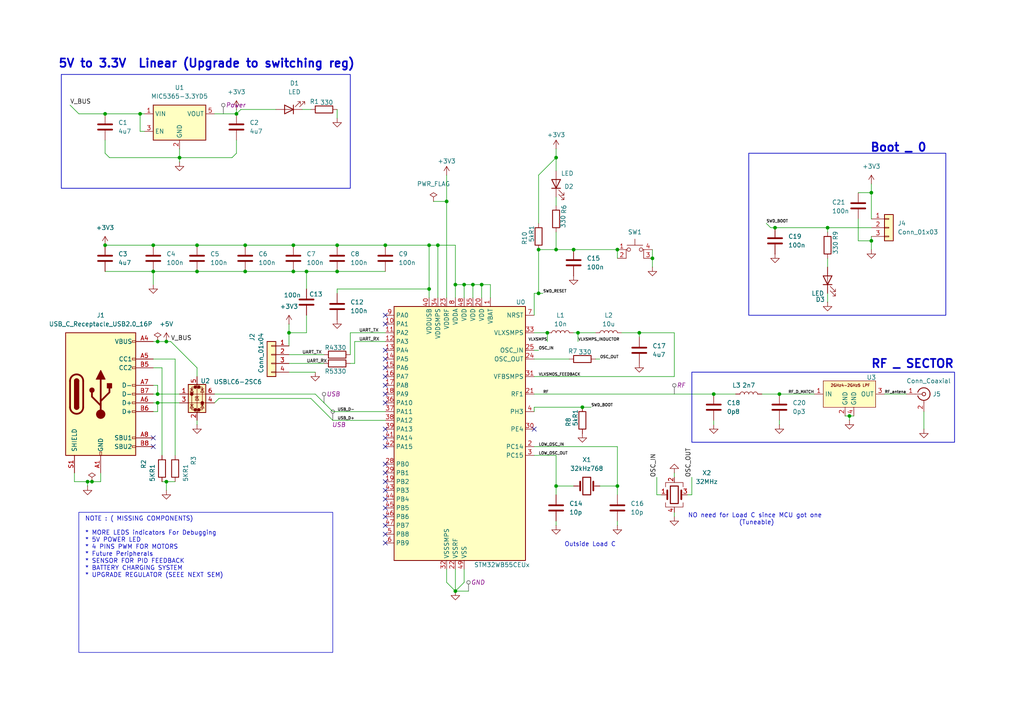
<source format=kicad_sch>
(kicad_sch (version 20231120) (generator "eeschema") (generator_version "8.0")
  (paper "A4")
  (title_block (date "2024-06-13") (rev "A"))
  (lib_symbols
    (symbol "+3V3_1" (power) (pin_numbers hide) (pin_names (offset 0) hide)
      (property "Value" "+3V3" (at 0 3.556 0))
      (symbol "+3V3_1_1_1"
        (pin power_in line (at 0 0 90) (length 0) (name "~") (number "1"))
      )
    )
    (symbol "Connector:Conn_Coaxial" (pin_names (offset 1.016) hide)
      (property "Reference" "J" (at 0.254 3.048 0))
      (property "Value" "Conn_Coaxial" (at 2.921 0 90))
      (symbol "Conn_Coaxial_1_1"
        (pin passive line (at -5.08 0 0) (length 2.54) (name "In") (number "1"))
        (pin passive line (at 0 -5.08 90) (length 2.54) (name "Ext") (number "2"))
      )
    )
    (symbol "Connector:USB_C_Receptacle_USB2.0_16P" (pin_names (offset 1.016))
      (property "Reference" "J" (at 0 22.225 0))
      (property "Value" "USB_C_Receptacle_USB2.0_16P" (at 0 19.685 0))
      (symbol "USB_C_Receptacle_USB2.0_16P_1_1"
        (pin passive line (at 0 -22.86 90) (length 5.08) (name "GND") (number "A1"))
        (pin passive line (at 0 -22.86 90) (length 5.08) hide (name "GND") (number "A12"))
        (pin passive line (at 15.24 15.24 180) (length 5.08) (name "VBUS") (number "A4"))
        (pin bidirectional line (at 15.24 10.16 180) (length 5.08) (name "CC1") (number "A5"))
        (pin bidirectional line (at 15.24 -2.54 180) (length 5.08) (name "D+") (number "A6"))
        (pin bidirectional line (at 15.24 2.54 180) (length 5.08) (name "D-") (number "A7"))
        (pin bidirectional line (at 15.24 -12.7 180) (length 5.08) (name "SBU1") (number "A8"))
        (pin passive line (at 15.24 15.24 180) (length 5.08) hide (name "VBUS") (number "A9"))
        (pin passive line (at 0 -22.86 90) (length 5.08) hide (name "GND") (number "B1"))
        (pin passive line (at 0 -22.86 90) (length 5.08) hide (name "GND") (number "B12"))
        (pin passive line (at 15.24 15.24 180) (length 5.08) hide (name "VBUS") (number "B4"))
        (pin bidirectional line (at 15.24 7.62 180) (length 5.08) (name "CC2") (number "B5"))
        (pin bidirectional line (at 15.24 -5.08 180) (length 5.08) (name "D+") (number "B6"))
        (pin bidirectional line (at 15.24 0 180) (length 5.08) (name "D-") (number "B7"))
        (pin bidirectional line (at 15.24 -15.24 180) (length 5.08) (name "SBU2") (number "B8"))
        (pin passive line (at 15.24 15.24 180) (length 5.08) hide (name "VBUS") (number "B9"))
        (pin passive line (at -7.62 -22.86 90) (length 5.08) (name "SHIELD") (number "S1"))
      )
    )
    (symbol "Connector_Generic:Conn_01x03" (pin_names (offset 1.016) hide)
      (property "Reference" "J" (at 0 5.08 0))
      (property "Value" "Conn_01x03" (at 0 -5.08 0))
      (symbol "Conn_01x03_1_1"
        (pin passive line (at -5.08 2.54 0) (length 3.81) (name "Pin_1") (number "1"))
        (pin passive line (at -5.08 0 0) (length 3.81) (name "Pin_2") (number "2"))
        (pin passive line (at -5.08 -2.54 0) (length 3.81) (name "Pin_3") (number "3"))
      )
    )
    (symbol "Connector_Generic:Conn_01x04" (pin_names (offset 1.016) hide)
      (property "Reference" "J" (at 0 5.08 0))
      (property "Value" "Conn_01x04" (at 0 -7.62 0))
      (symbol "Conn_01x04_1_1"
        (pin passive line (at -5.08 2.54 0) (length 3.81) (name "Pin_1") (number "1"))
        (pin passive line (at -5.08 0 0) (length 3.81) (name "Pin_2") (number "2"))
        (pin passive line (at -5.08 -2.54 0) (length 3.81) (name "Pin_3") (number "3"))
        (pin passive line (at -5.08 -5.08 0) (length 3.81) (name "Pin_4") (number "4"))
      )
    )
    (symbol "Device:C" (pin_numbers hide) (pin_names (offset 0.254))
      (property "Reference" "C" (at 0.635 2.54 0))
      (property "Value" "C" (at 0.635 -2.54 0))
      (symbol "C_1_1"
        (pin passive line (at 0 3.81 270) (length 2.794) (name "~") (number "1"))
        (pin passive line (at 0 -3.81 90) (length 2.794) (name "~") (number "2"))
      )
    )
    (symbol "Device:Crystal" (pin_numbers hide) (pin_names (offset 1.016) hide)
      (property "Reference" "Y" (at 0 3.81 0))
      (property "Value" "Crystal" (at 0 -3.81 0))
      (symbol "Crystal_1_1"
        (pin passive line (at -3.81 0 0) (length 1.27) (name "1") (number "1"))
        (pin passive line (at 3.81 0 180) (length 1.27) (name "2") (number "2"))
      )
    )
    (symbol "Device:Crystal_GND24" (pin_names (offset 1.016) hide)
      (property "Reference" "Y" (at 3.175 5.08 0))
      (property "Value" "Crystal_GND24" (at 3.175 3.175 0))
      (symbol "Crystal_GND24_1_1"
        (pin passive line (at -3.81 0 0) (length 1.27) (name "1") (number "1"))
        (pin passive line (at 0 5.08 270) (length 1.27) (name "2") (number "2"))
        (pin passive line (at 3.81 0 180) (length 1.27) (name "3") (number "3"))
        (pin passive line (at 0 -5.08 90) (length 1.27) (name "4") (number "4"))
      )
    )
    (symbol "Device:L" (pin_numbers hide) (pin_names (offset 1.016) hide)
      (property "Reference" "L" (at -1.27 0 90))
      (property "Value" "L" (at 1.905 0 90))
      (symbol "L_1_1"
        (pin passive line (at 0 3.81 270) (length 1.27) (name "1") (number "1"))
        (pin passive line (at 0 -3.81 90) (length 1.27) (name "2") (number "2"))
      )
    )
    (symbol "Device:LED" (pin_numbers hide) (pin_names (offset 1.016) hide)
      (property "Reference" "D" (at 0 2.54 0))
      (property "Value" "LED" (at 0 -2.54 0))
      (symbol "LED_1_1"
        (pin passive line (at -3.81 0 0) (length 2.54) (name "K") (number "1"))
        (pin passive line (at 3.81 0 180) (length 2.54) (name "A") (number "2"))
      )
    )
    (symbol "Device:R" (pin_numbers hide) (pin_names (offset 0))
      (property "Reference" "R" (at 2.032 0 90))
      (property "Value" "R" (at 0 0 90))
      (symbol "R_1_1"
        (pin passive line (at 0 3.81 270) (length 1.27) (name "~") (number "1"))
        (pin passive line (at 0 -3.81 90) (length 1.27) (name "~") (number "2"))
      )
    )
    (symbol "GND_4" (power) (pin_numbers hide) (pin_names (offset 0) hide)
      (property "Value" "GND" (at 0 -3.81 0))
      (symbol "GND_4_1_1"
        (pin power_in line (at 0 0 270) (length 0) (name "~") (number "1"))
      )
    )
    (symbol "KICAD_Library:DLF162500LT-5028A1"
      (property "Reference" "U" (at 6.604 3.556 0))
      (symbol "DLF162500LT-5028A1_0_0"
        (pin passive line (at -10.16 -1.27 0) (length 2.54) (name "IN") (number "1"))
        (pin passive line (at -1.27 -7.62 90) (length 2.54) (name "GND") (number "2"))
        (pin passive line (at 10.16 -1.27 180) (length 2.54) (name "OUT") (number "3"))
        (pin passive line (at 1.27 -7.62 90) (length 2.54) (name "GND") (number "4"))
      )
      (symbol "DLF162500LT-5028A1_1_1"
        (text "2GHz4-2GHz5 LPF" (at 0.254 1.27 0) (effects (font (size 0.8 0.8))))
      )
    )
    (symbol "MCU_ST_STM32WB:STM32WB55CEUx"
      (property "Reference" "U" (at -17.78 39.37 0))
      (property "Value" "STM32WB55CEUx" (at 12.7 39.37 0))
      (symbol "STM32WB55CEUx_1_1"
        (pin power_in line (at -7.62 40.64 270) (length 2.54) (name "VBAT") (number "1"))
        (pin bidirectional line (at 22.86 33.02 180) (length 2.54) (name "PA1") (number "10"))
        (pin bidirectional line (at 22.86 30.48 180) (length 2.54) (name "PA2") (number "11"))
        (pin bidirectional line (at 22.86 27.94 180) (length 2.54) (name "PA3") (number "12"))
        (pin bidirectional line (at 22.86 25.4 180) (length 2.54) (name "PA4") (number "13"))
        (pin bidirectional line (at 22.86 22.86 180) (length 2.54) (name "PA5") (number "14"))
        (pin bidirectional line (at 22.86 20.32 180) (length 2.54) (name "PA6") (number "15"))
        (pin bidirectional line (at 22.86 17.78 180) (length 2.54) (name "PA7") (number "16"))
        (pin bidirectional line (at 22.86 15.24 180) (length 2.54) (name "PA8") (number "17"))
        (pin bidirectional line (at 22.86 12.7 180) (length 2.54) (name "PA9") (number "18"))
        (pin bidirectional line (at 22.86 -12.7 180) (length 2.54) (name "PB2") (number "19"))
        (pin bidirectional line (at -20.32 -2.54 0) (length 2.54) (name "PC14") (number "2"))
        (pin power_in line (at -5.08 40.64 270) (length 2.54) (name "VDD") (number "20"))
        (pin bidirectional line (at -20.32 12.7 0) (length 2.54) (name "RF1") (number "21"))
        (pin power_in line (at 2.54 -38.1 90) (length 2.54) (name "VSSRF") (number "22"))
        (pin power_in line (at 5.08 40.64 270) (length 2.54) (name "VDDRF") (number "23"))
        (pin input line (at -20.32 22.86 0) (length 2.54) (name "OSC_OUT") (number "24"))
        (pin input line (at -20.32 25.4 0) (length 2.54) (name "OSC_IN") (number "25"))
        (pin no_connect line (at -17.78 -35.56 0) (length 2.54) hide (name "AT0") (number "26"))
        (pin no_connect line (at -17.78 -33.02 0) (length 2.54) hide (name "AT1") (number "27"))
        (pin bidirectional line (at 22.86 -7.62 180) (length 2.54) (name "PB0") (number "28"))
        (pin bidirectional line (at 22.86 -10.16 180) (length 2.54) (name "PB1") (number "29"))
        (pin bidirectional line (at -20.32 -5.08 0) (length 2.54) (name "PC15") (number "3"))
        (pin bidirectional line (at -20.32 2.54 0) (length 2.54) (name "PE4") (number "30"))
        (pin input line (at -20.32 17.78 0) (length 2.54) (name "VFBSMPS") (number "31"))
        (pin power_in line (at 5.08 -38.1 90) (length 2.54) (name "VSSSMPS") (number "32"))
        (pin power_in line (at -20.32 30.48 0) (length 2.54) (name "VLXSMPS") (number "33"))
        (pin power_in line (at 7.62 40.64 270) (length 2.54) (name "VDDSMPS") (number "34"))
        (pin power_in line (at -2.54 40.64 270) (length 2.54) (name "VDD") (number "35"))
        (pin bidirectional line (at 22.86 10.16 180) (length 2.54) (name "PA10") (number "36"))
        (pin bidirectional line (at 22.86 7.62 180) (length 2.54) (name "PA11") (number "37"))
        (pin bidirectional line (at 22.86 5.08 180) (length 2.54) (name "PA12") (number "38"))
        (pin bidirectional line (at 22.86 2.54 180) (length 2.54) (name "PA13") (number "39"))
        (pin bidirectional line (at -20.32 7.62 0) (length 2.54) (name "PH3") (number "4"))
        (pin power_in line (at 10.16 40.64 270) (length 2.54) (name "VDDUSB") (number "40"))
        (pin bidirectional line (at 22.86 0 180) (length 2.54) (name "PA14") (number "41"))
        (pin bidirectional line (at 22.86 -2.54 180) (length 2.54) (name "PA15") (number "42"))
        (pin bidirectional line (at 22.86 -15.24 180) (length 2.54) (name "PB3") (number "43"))
        (pin bidirectional line (at 22.86 -17.78 180) (length 2.54) (name "PB4") (number "44"))
        (pin bidirectional line (at 22.86 -20.32 180) (length 2.54) (name "PB5") (number "45"))
        (pin bidirectional line (at 22.86 -22.86 180) (length 2.54) (name "PB6") (number "46"))
        (pin bidirectional line (at 22.86 -25.4 180) (length 2.54) (name "PB7") (number "47"))
        (pin power_in line (at 0 40.64 270) (length 2.54) (name "VDD") (number "48"))
        (pin power_in line (at 0 -38.1 90) (length 2.54) (name "VSS") (number "49"))
        (pin bidirectional line (at 22.86 -27.94 180) (length 2.54) (name "PB8") (number "5"))
        (pin bidirectional line (at 22.86 -30.48 180) (length 2.54) (name "PB9") (number "6"))
        (pin input line (at -20.32 35.56 0) (length 2.54) (name "NRST") (number "7"))
        (pin power_in line (at 2.54 40.64 270) (length 2.54) (name "VDDA") (number "8"))
        (pin bidirectional line (at 22.86 35.56 180) (length 2.54) (name "PA0") (number "9"))
      )
    )
    (symbol "Power_Protection:USBLC6-2SC6" (pin_names hide)
      (property "Reference" "U" (at 0.635 5.715 0))
      (property "Value" "USBLC6-2SC6" (at 0.635 3.81 0))
      (symbol "USBLC6-2SC6_1_1"
        (pin passive line (at -5.08 0 0) (length 2.54) (name "I/O1") (number "1"))
        (pin passive line (at 0 -7.62 90) (length 2.54) (name "GND") (number "2"))
        (pin passive line (at -5.08 -2.54 0) (length 2.54) (name "I/O2") (number "3"))
        (pin passive line (at 5.08 -2.54 180) (length 2.54) (name "I/O2") (number "4"))
        (pin passive line (at 0 5.08 270) (length 2.54) (name "VBUS") (number "5"))
        (pin passive line (at 5.08 0 180) (length 2.54) (name "I/O1") (number "6"))
      )
    )
    (symbol "Regulator_Linear:MIC5365-3.3YD5"
      (property "Reference" "U" (at -7.62 6.35 0))
      (property "Value" "MIC5365-3.3YD5" (at 0 6.35 0))
      (symbol "MIC5365-3.3YD5_1_1"
        (pin power_in line (at -10.16 2.54 0) (length 2.54) (name "VIN") (number "1"))
        (pin power_in line (at 0 -7.62 90) (length 2.54) (name "GND") (number "2"))
        (pin input line (at -10.16 -2.54 0) (length 2.54) (name "EN") (number "3"))
        (pin no_connect line (at 7.62 -2.54 180) (length 2.54) hide (name "NC") (number "4"))
        (pin power_out line (at 10.16 2.54 180) (length 2.54) (name "VOUT") (number "5"))
      )
    )
    (symbol "Switch:SW_MEC_5E" (pin_names (offset 1.016) hide)
      (property "Reference" "SW" (at 0.635 5.715 0))
      (property "Value" "SW_MEC_5E" (at 0 -3.175 0))
      (symbol "SW_MEC_5E_0_1"
        (pin passive line (at -5.08 2.54 0) (length 2.54) (name "1") (number "1"))
        (pin passive line (at -5.08 0 0) (length 2.54) (name "2") (number "2"))
        (pin passive line (at 5.08 0 180) (length 2.54) (name "K") (number "3"))
        (pin passive line (at 5.08 2.54 180) (length 2.54) (name "A") (number "4"))
      )
    )
    (symbol "power:+3.3V" (power) (pin_numbers hide) (pin_names (offset 0) hide)
      (property "Value" "+3.3V" (at 0 3.556 0))
      (symbol "+3.3V_1_1"
        (pin power_in line (at 0 0 90) (length 0) (name "~") (number "1"))
      )
    )
    (symbol "power:+5V" (power) (pin_numbers hide) (pin_names (offset 0) hide)
      (property "Value" "+5V" (at 0 3.556 0))
      (symbol "+5V_1_1"
        (pin power_in line (at 0 0 90) (length 0) (name "~") (number "1"))
      )
    )
    (symbol "power:PWR_FLAG" (power) (pin_numbers hide) (pin_names (offset 0) hide)
      (property "Value" "PWR_FLAG" (at 0 3.81 0))
      (symbol "PWR_FLAG_0_0"
        (pin power_out line (at 0 0 90) (length 0) (name "~") (number "1"))
      )
    )
  )
  (junction (at 132.08 82.55))
  (junction (at 179.07 72.39))
  (junction (at 124.46 83.82))
  (junction (at 252.73 69.85))
  (junction (at 207.01 114.3))
  (junction (at 158.75 96.52))
  (junction (at 44.45 78.74))
  (junction (at 139.7 82.55))
  (junction (at 132.08 171.45))
  (junction (at 48.26 139.7))
  (junction (at 129.54 58.42))
  (junction (at 240.03 66.04))
  (junction (at 48.26 99.06))
  (junction (at 25.4 139.7))
  (junction (at 156.21 85.09))
  (junction (at 30.48 71.12))
  (junction (at 26.67 139.7))
  (junction (at 111.76 71.12))
  (junction (at 57.15 71.12))
  (junction (at 156.21 72.39))
  (junction (at 127 71.12))
  (junction (at 226.06 114.3))
  (junction (at 161.29 45.72))
  (junction (at 52.07 45.72))
  (junction (at 179.07 140.97))
  (junction (at 71.12 78.74))
  (junction (at 85.09 78.74))
  (junction (at 134.62 82.55))
  (junction (at 88.9 78.74))
  (junction (at 161.29 72.39))
  (junction (at 30.48 33.02))
  (junction (at 45.72 114.3))
  (junction (at 246.38 120.65))
  (junction (at 68.58 33.02))
  (junction (at 97.79 71.12))
  (junction (at 97.79 78.74))
  (junction (at 185.42 96.52))
  (junction (at 57.15 78.74))
  (junction (at 224.79 66.04))
  (junction (at 85.09 71.12))
  (junction (at 189.23 74.93))
  (junction (at 71.12 71.12))
  (junction (at 161.29 140.97))
  (junction (at 124.46 71.12))
  (junction (at 45.72 116.84))
  (junction (at 167.64 96.52))
  (junction (at 168.91 118.11))
  (junction (at 166.37 72.39))
  (junction (at 137.16 82.55))
  (junction (at 44.45 71.12))
  (junction (at 252.73 55.88))
  (junction (at 40.64 33.02))
  (junction (at 83.82 96.52))
  (junction (at 45.72 99.06))
  (no_connect (at 111.76 149.86))
  (no_connect (at 111.76 134.62))
  (no_connect (at 111.76 127))
  (no_connect (at 111.76 144.78))
  (no_connect (at 111.76 137.16))
  (no_connect (at 111.76 152.4))
  (no_connect (at 111.76 147.32))
  (no_connect (at 111.76 142.24))
  (no_connect (at 111.76 154.94))
  (no_connect (at 111.76 139.7))
  (no_connect (at 111.76 106.68))
  (no_connect (at 111.76 91.44))
  (no_connect (at 111.76 104.14))
  (no_connect (at 111.76 124.46))
  (no_connect (at 111.76 109.22))
  (no_connect (at 111.76 111.76))
  (no_connect (at 111.76 116.84))
  (no_connect (at 111.76 114.3))
  (no_connect (at 111.76 129.54))
  (no_connect (at 111.76 101.6))
  (no_connect (at 44.45 127))
  (no_connect (at 44.45 129.54))
  (no_connect (at 154.94 124.46))
  (no_connect (at 111.76 93.98))
  (no_connect (at 111.76 157.48))
  (wire (pts (xy 223.52 66.04) (xy 222.25 64.77)))
  (wire (pts (xy 179.07 72.39) (xy 179.07 74.93)))
  (wire (pts (xy 154.94 96.52) (xy 158.75 96.52)))
  (wire (pts (xy 132.08 165.1) (xy 132.08 171.45)))
  (wire (pts (xy 156.21 72.39) (xy 156.21 85.09)))
  (wire (pts (xy 185.42 96.52) (xy 185.42 97.79)))
  (wire (pts (xy 88.9 78.74) (xy 88.9 83.82)))
  (wire (pts (xy 97.79 31.75) (xy 97.79 34.29)))
  (wire (pts (xy 180.34 96.52) (xy 185.42 96.52)))
  (wire (pts (xy 85.09 78.74) (xy 88.9 78.74)))
  (wire (pts (xy 45.72 116.84) (xy 52.07 116.84)))
  (wire (pts (xy 96.52 121.92) (xy 111.76 121.92)))
  (wire (pts (xy 132.08 71.12) (xy 132.08 82.55)))
  (wire (pts (xy 129.54 58.42) (xy 129.54 86.36)))
  (wire (pts (xy 80.01 31.75) (xy 69.85 31.75)))
  (wire (pts (xy 132.08 82.55) (xy 132.08 86.36)))
  (wire (pts (xy 96.52 119.38) (xy 111.76 119.38)))
  (wire (pts (xy 224.79 66.04) (xy 223.52 66.04)))
  (wire (pts (xy 154.94 114.3) (xy 207.01 114.3)))
  (wire (pts (xy 83.82 96.52) (xy 88.9 96.52)))
  (wire (pts (xy 220.98 114.3) (xy 226.06 114.3)))
  (wire (pts (xy 45.72 116.84) (xy 45.72 119.38)))
  (wire (pts (xy 189.23 72.39) (xy 189.23 74.93)))
  (wire (pts (xy 83.82 105.41) (xy 93.98 105.41)))
  (wire (pts (xy 83.82 107.95) (xy 91.44 107.95)))
  (wire (pts (xy 267.97 119.38) (xy 267.97 124.46)))
  (wire (pts (xy 142.24 86.36) (xy 142.24 82.55)))
  (wire (pts (xy 69.85 31.75) (xy 68.58 33.02)))
  (wire (pts (xy 142.24 82.55) (xy 139.7 82.55)))
  (wire (pts (xy 161.29 72.39) (xy 166.37 72.39)))
  (wire (pts (xy 129.54 50.8) (xy 129.54 58.42)))
  (wire (pts (xy 44.45 78.74) (xy 57.15 78.74)))
  (wire (pts (xy 87.63 31.75) (xy 90.17 31.75)))
  (wire (pts (xy 57.15 121.92) (xy 57.15 123.19)))
  (wire (pts (xy 161.29 67.31) (xy 161.29 72.39)))
  (wire (pts (xy 156.21 64.77) (xy 156.21 50.8)))
  (wire (pts (xy 129.54 168.91) (xy 132.08 171.45)))
  (wire (pts (xy 179.07 129.54) (xy 179.07 140.97)))
  (wire (pts (xy 161.29 59.69) (xy 161.29 57.15)))
  (wire (pts (xy 167.64 96.52) (xy 166.37 96.52)))
  (wire (pts (xy 154.94 132.08) (xy 161.29 132.08)))
  (wire (pts (xy 200.66 138.43) (xy 200.66 143.51)))
  (wire (pts (xy 40.64 33.02) (xy 41.91 33.02)))
  (wire (pts (xy 156.21 101.6) (xy 154.94 101.6)))
  (wire (pts (xy 161.29 43.18) (xy 161.29 45.72)))
  (wire (pts (xy 44.45 78.74) (xy 44.45 82.55)))
  (wire (pts (xy 124.46 71.12) (xy 124.46 83.82)))
  (wire (pts (xy 256.54 114.3) (xy 262.89 114.3)))
  (wire (pts (xy 31.75 45.72) (xy 52.07 45.72)))
  (wire (pts (xy 71.12 78.74) (xy 85.09 78.74)))
  (wire (pts (xy 245.11 120.65) (xy 246.38 120.65)))
  (wire (pts (xy 124.46 83.82) (xy 124.46 86.36)))
  (wire (pts (xy 62.23 114.3) (xy 91.44 114.3)))
  (wire (pts (xy 63.5 115.57) (xy 62.23 116.84)))
  (wire (pts (xy 127 71.12) (xy 132.08 71.12)))
  (wire (pts (xy 52.07 43.18) (xy 52.07 45.72)))
  (wire (pts (xy 154.94 109.22) (xy 195.58 109.22)))
  (wire (pts (xy 91.44 114.3) (xy 96.52 119.38)))
  (wire (pts (xy 29.21 137.16) (xy 29.21 139.7)))
  (wire (pts (xy 154.94 118.11) (xy 154.94 119.38)))
  (wire (pts (xy 195.58 138.43) (xy 195.58 137.16)))
  (wire (pts (xy 168.91 118.11) (xy 171.45 118.11)))
  (wire (pts (xy 134.62 168.91) (xy 132.08 171.45)))
  (wire (pts (xy 137.16 82.55) (xy 134.62 82.55)))
  (wire (pts (xy 30.48 44.45) (xy 31.75 45.72)))
  (wire (pts (xy 161.29 132.08) (xy 161.29 140.97)))
  (wire (pts (xy 111.76 71.12) (xy 124.46 71.12)))
  (wire (pts (xy 226.06 114.3) (xy 236.22 114.3)))
  (wire (pts (xy 44.45 99.06) (xy 45.72 99.06)))
  (wire (pts (xy 190.5 143.51) (xy 191.77 143.51)))
  (wire (pts (xy 44.45 116.84) (xy 45.72 116.84)))
  (wire (pts (xy 200.66 143.51) (xy 199.39 143.51)))
  (wire (pts (xy 44.45 111.76) (xy 45.72 111.76)))
  (wire (pts (xy 71.12 71.12) (xy 57.15 71.12)))
  (wire (pts (xy 52.07 45.72) (xy 52.07 46.99)))
  (wire (pts (xy 40.64 38.1) (xy 41.91 38.1)))
  (wire (pts (xy 62.23 33.02) (xy 68.58 33.02)))
  (wire (pts (xy 172.72 104.14) (xy 173.99 104.14)))
  (wire (pts (xy 207.01 123.19) (xy 207.01 121.92)))
  (wire (pts (xy 40.64 33.02) (xy 40.64 38.1)))
  (wire (pts (xy 129.54 165.1) (xy 129.54 168.91)))
  (wire (pts (xy 88.9 78.74) (xy 97.79 78.74)))
  (wire (pts (xy 224.79 66.04) (xy 240.03 66.04)))
  (wire (pts (xy 195.58 96.52) (xy 185.42 96.52)))
  (wire (pts (xy 173.99 140.97) (xy 179.07 140.97)))
  (wire (pts (xy 134.62 82.55) (xy 134.62 86.36)))
  (wire (pts (xy 83.82 102.87) (xy 93.98 102.87)))
  (wire (pts (xy 44.45 104.14) (xy 50.8 104.14)))
  (wire (pts (xy 46.99 106.68) (xy 46.99 132.08)))
  (wire (pts (xy 195.58 109.22) (xy 195.58 96.52)))
  (wire (pts (xy 252.73 55.88) (xy 252.73 63.5)))
  (wire (pts (xy 102.87 99.06) (xy 102.87 105.41)))
  (wire (pts (xy 101.6 105.41) (xy 102.87 105.41)))
  (wire (pts (xy 21.59 137.16) (xy 21.59 139.7)))
  (wire (pts (xy 88.9 91.44) (xy 88.9 96.52)))
  (wire (pts (xy 48.26 139.7) (xy 50.8 139.7)))
  (wire (pts (xy 83.82 93.98) (xy 83.82 96.52)))
  (wire (pts (xy 252.73 53.34) (xy 252.73 55.88)))
  (wire (pts (xy 248.92 63.5) (xy 248.92 69.85)))
  (wire (pts (xy 30.48 40.64) (xy 30.48 44.45)))
  (wire (pts (xy 49.53 99.06) (xy 57.15 106.68)))
  (wire (pts (xy 97.79 71.12) (xy 111.76 71.12)))
  (wire (pts (xy 102.87 99.06) (xy 111.76 99.06)))
  (wire (pts (xy 156.21 85.09) (xy 157.48 85.09)))
  (wire (pts (xy 22.86 33.02) (xy 20.32 30.48)))
  (wire (pts (xy 68.58 31.75) (xy 68.58 33.02)))
  (wire (pts (xy 246.38 120.65) (xy 246.38 121.92)))
  (wire (pts (xy 156.21 50.8) (xy 161.29 45.72)))
  (wire (pts (xy 101.6 96.52) (xy 111.76 96.52)))
  (wire (pts (xy 25.4 139.7) (xy 25.4 140.97)))
  (wire (pts (xy 50.8 104.14) (xy 50.8 132.08)))
  (wire (pts (xy 190.5 138.43) (xy 190.5 143.51)))
  (wire (pts (xy 139.7 86.36) (xy 139.7 82.55)))
  (wire (pts (xy 240.03 66.04) (xy 240.03 67.31)))
  (wire (pts (xy 154.94 85.09) (xy 156.21 85.09)))
  (wire (pts (xy 52.07 45.72) (xy 67.31 45.72)))
  (wire (pts (xy 97.79 78.74) (xy 111.76 78.74)))
  (wire (pts (xy 30.48 71.12) (xy 44.45 71.12)))
  (wire (pts (xy 240.03 74.93) (xy 240.03 77.47)))
  (wire (pts (xy 154.94 104.14) (xy 165.1 104.14)))
  (wire (pts (xy 252.73 69.85) (xy 252.73 72.39)))
  (wire (pts (xy 90.17 115.57) (xy 63.5 115.57)))
  (wire (pts (xy 166.37 72.39) (xy 179.07 72.39)))
  (wire (pts (xy 179.07 140.97) (xy 179.07 143.51)))
  (wire (pts (xy 195.58 148.59) (xy 195.58 149.86)))
  (wire (pts (xy 167.64 99.06) (xy 167.64 96.52)))
  (wire (pts (xy 161.29 140.97) (xy 161.29 143.51)))
  (wire (pts (xy 44.45 106.68) (xy 46.99 106.68)))
  (wire (pts (xy 246.38 120.65) (xy 247.65 120.65)))
  (wire (pts (xy 161.29 45.72) (xy 161.29 49.53)))
  (wire (pts (xy 125.73 58.42) (xy 129.54 58.42)))
  (wire (pts (xy 124.46 71.12) (xy 127 71.12)))
  (wire (pts (xy 101.6 96.52) (xy 101.6 102.87)))
  (wire (pts (xy 137.16 82.55) (xy 137.16 86.36)))
  (wire (pts (xy 30.48 33.02) (xy 22.86 33.02)))
  (wire (pts (xy 161.29 151.13) (xy 161.29 152.4)))
  (wire (pts (xy 167.64 96.52) (xy 172.72 96.52)))
  (wire (pts (xy 134.62 82.55) (xy 132.08 82.55)))
  (wire (pts (xy 226.06 123.19) (xy 226.06 121.92)))
  (wire (pts (xy 207.01 114.3) (xy 213.36 114.3)))
  (wire (pts (xy 26.67 139.7) (xy 29.21 139.7)))
  (wire (pts (xy 96.52 121.92) (xy 90.17 115.57)))
  (wire (pts (xy 45.72 99.06) (xy 48.26 99.06)))
  (wire (pts (xy 97.79 71.12) (xy 85.09 71.12)))
  (wire (pts (xy 30.48 33.02) (xy 40.64 33.02)))
  (wire (pts (xy 139.7 82.55) (xy 137.16 82.55)))
  (wire (pts (xy 179.07 151.13) (xy 179.07 152.4)))
  (wire (pts (xy 189.23 74.93) (xy 189.23 77.47)))
  (wire (pts (xy 240.03 85.09) (xy 240.03 87.63)))
  (wire (pts (xy 57.15 71.12) (xy 44.45 71.12)))
  (wire (pts (xy 46.99 139.7) (xy 48.26 139.7)))
  (wire (pts (xy 44.45 119.38) (xy 45.72 119.38)))
  (wire (pts (xy 248.92 55.88) (xy 252.73 55.88)))
  (wire (pts (xy 48.26 99.06) (xy 49.53 99.06)))
  (wire (pts (xy 68.58 44.45) (xy 67.31 45.72)))
  (wire (pts (xy 252.73 68.58) (xy 252.73 69.85)))
  (wire (pts (xy 45.72 111.76) (xy 45.72 114.3)))
  (wire (pts (xy 57.15 106.68) (xy 57.15 109.22)))
  (wire (pts (xy 134.62 165.1) (xy 134.62 168.91)))
  (wire (pts (xy 248.92 69.85) (xy 252.73 69.85)))
  (wire (pts (xy 154.94 85.09) (xy 154.94 91.44)))
  (wire (pts (xy 48.26 139.7) (xy 48.26 142.24)))
  (wire (pts (xy 154.94 118.11) (xy 168.91 118.11)))
  (wire (pts (xy 154.94 129.54) (xy 179.07 129.54)))
  (wire (pts (xy 156.21 72.39) (xy 161.29 72.39)))
  (wire (pts (xy 97.79 83.82) (xy 97.79 85.09)))
  (wire (pts (xy 124.46 83.82) (xy 97.79 83.82)))
  (wire (pts (xy 85.09 71.12) (xy 71.12 71.12)))
  (wire (pts (xy 158.75 99.06) (xy 158.75 96.52)))
  (wire (pts (xy 240.03 66.04) (xy 252.73 66.04)))
  (wire (pts (xy 127 71.12) (xy 127 86.36)))
  (wire (pts (xy 21.59 139.7) (xy 25.4 139.7)))
  (wire (pts (xy 83.82 96.52) (xy 83.82 100.33)))
  (wire (pts (xy 30.48 78.74) (xy 44.45 78.74)))
  (wire (pts (xy 25.4 139.7) (xy 26.67 139.7)))
  (wire (pts (xy 161.29 140.97) (xy 166.37 140.97)))
  (wire (pts (xy 68.58 40.64) (xy 68.58 44.45)))
  (wire (pts (xy 45.72 114.3) (xy 52.07 114.3)))
  (wire (pts (xy 44.45 114.3) (xy 45.72 114.3)))
  (wire (pts (xy 135.89 171.45) (xy 132.08 171.45)))
  (wire (pts (xy 57.15 78.74) (xy 71.12 78.74)))
  (rectangle (start 17.78 21.59) (end 101.6 54.61) (stroke (width 0.2)))
  (rectangle (start 217.17 44.45) (end 274.32 91.44) (stroke (width 0.2)))
  (rectangle (start 22.86 148.59) (end 96.52 189.23))
  (rectangle (start 200.66 107.95) (end 276.86 128.27) (stroke (width 0.2)))
  (text "5V to 3.3V  Linear (Upgrade to switching reg)" (at 59.944 18.542 0) (effects (font (size 2.414 2.414) (bold yes))))
  (text "RF _ SECTOR" (at 264.668 105.664 0) (effects (font (size 2.414 2.414) (bold yes))))
  (text "NOTE : ( MISSING COMPONENTS)\n\n* MORE LEDS indicators For Debugging\n* 5V POWER LED\n* 4 PINS PWM FOR MOTORS \n* Future Peripherals\n* SENSOR FOR PID FEEDBACK\n* BATTERY CHARGING SYSTEM \n* UPGRADE REGULATOR (SEEE NEXT SEM)" (at 24.638 158.75 0) (effects (font (size 1.27 1.27)) (justify left)))
  (text "NO need for Load C since MCU got one \n(Tuneable)" (at 219.456 150.622 0) (effects (font (size 1.27 1.27))))
  (text "Boot _ 0" (at 260.604 42.926 0) (effects (font (size 2.414 2.414) (bold yes))))
  (text " Outside Load C" (at 170.688 157.988 0) (effects (font (size 1.27 1.27))))
  (label "UART_TX" (at 87.63 102.87 0) (effects (font (size 0.9 0.9))))
  (label "LOW_OSC_IN" (at 156.21 129.54 0) (effects (font (size 0.8 0.8))))
  (label "LOW_OSC_OUT" (at 156.21 132.08 0) (effects (font (size 0.8 0.8))))
  (label "OSC_OUT" (at 200.66 138.43 90))
  (label "RF_antena" (at 256.54 114.3 0) (effects (font (size 0.8 0.8))))
  (label "SWD_BOOT" (at 222.25 64.77 0) (effects (font (size 0.8 0.8))))
  (label "USB_D-" (at 102.87 119.38 180) (effects (font (size 0.8 0.8))))
  (label "UART_RX" (at 104.14 99.06 0) (effects (font (size 0.9 0.9))))
  (label "OSC_IN" (at 190.5 138.43 90))
  (label "RF" (at 157.48 114.3 0) (effects (font (size 0.8 0.8))))
  (label "SWD_RESET" (at 157.48 85.09 0) (effects (font (size 0.8 0.8))))
  (label "OSC_IN" (at 156.21 101.6 0) (effects (font (size 0.8 0.8))))
  (label "V_BUS" (at 20.32 30.48 0))
  (label "OSC_OUT" (at 173.99 104.14 0) (effects (font (size 0.8 0.8))))
  (label "VLXSMPS" (at 158.75 99.06 180) (effects (font (size 0.8 0.8))))
  (label "RF_D_MATCH" (at 228.6 114.3 0) (effects (font (size 0.8 0.8))))
  (label "UART_RX" (at 88.9 105.41 0) (effects (font (size 0.9 0.9))))
  (label "SWD_BOOT" (at 171.45 118.11 0) (effects (font (size 0.8 0.8))))
  (label "UART_TX" (at 104.14 96.52 0) (effects (font (size 0.9 0.9))))
  (label "VLXSMPS_INDUCTOR" (at 167.64 99.06 0) (effects (font (size 0.8 0.8))))
  (label "VLXSMOS_FEEDBACK" (at 156.21 109.22 0) (effects (font (size 0.8 0.8))))
  (label "USB_D+" (at 102.87 121.92 180) (effects (font (size 0.8 0.8))))
  (label "V_BUS" (at 49.53 99.06 0))
  (netclass_flag "" (length 2.54) (shape round) (at 195.58 114.3 0) (property "Netclass" "RF" (at 196.2785 111.76 0) (effects (font (italic yes)) (justify left))))
  (netclass_flag "" (length 2.54) (shape round) (at 135.89 171.45 0) (property "Netclass" "GND" (at 136.5885 168.91 0) (effects (font (italic yes)) (justify left))))
  (netclass_flag "" (length 2.54) (shape round) (at 93.98 116.84 0) (property "Netclass" "USB" (at 94.6785 114.3 0) (effects (font (italic yes)) (justify left))))
  (netclass_flag "" (length 2.54) (shape round) (at 96.52 121.92 0) (property "Netclass" "USB" (at 96.266 123.19 0) (effects (font (italic yes)) (justify left))))
  (netclass_flag "" (length 2.54) (shape round) (at 64.77 33.02 0) (property "Netclass" "Power" (at 65.4685 30.48 0) (effects (font (italic yes)) (justify left))))
  (symbol (lib_name "GND_4") (lib_id "power:GND") (at 267.97 124.46 0) (unit 1)
    (property "Reference" "#PWR033" (effects (hide yes)))
    (property "Value" "GND" (effects (hide yes)))
    (property "Description" "Power symbol creates a global label with name \"GND\" , ground" (effects (hide yes)))
  )
  (symbol (lib_name "GND_4") (lib_id "power:GND") (at 226.06 123.19 0) (unit 1)
    (property "Reference" "#PWR029" (effects (hide yes)))
    (property "Value" "GND" (effects (hide yes)))
    (property "Description" "Power symbol creates a global label with name \"GND\" , ground" (effects (hide yes)))
  )
  (symbol (lib_id "KICAD_Library:DLF162500LT-5028A1") (at 246.38 113.03 0) (unit 1)
    (property "Reference" "U3" (at 252.73 109.474 0))
    (property "Value" "DLF162500LT-5028A1" (effects (hide yes)))
    (property "Footprint" "MY_PCB_library:DLF162500LT-5028A1" (effects (hide yes)))
    (property "Datasheet" "https://product.tdk.com/system/files/dam/doc/product/rf/rf/filter/catalog/rf_lpf_dlf162500lt-5028a1_en.pdf" (effects (hide yes)))
    (property "Distributor Link" "https://my.mouser.com/ProductDetail/TDK/DLF162500LT-5028A1?qs=U%2FZX79kHR%2FlwIbAISCs3qA%3D%3D" (effects (hide yes)))
    (property "Manufactor" "TDK" (effects (hide yes)))
    (property "Part Number" " DLF162500LT-5028A1" (effects (hide yes)))
  )
  (symbol (lib_name "GND_4") (lib_id "power:GND") (at 168.91 125.73 0) (unit 1)
    (property "Reference" "#PWR023" (effects (hide yes)))
    (property "Value" "GND" (effects (hide yes)))
    (property "Description" "Power symbol creates a global label with name \"GND\" , ground" (effects (hide yes)))
  )
  (symbol (lib_id "Connector_Generic:Conn_01x03") (at 257.81 66.04 0) (unit 1)
    (property "Reference" "J4" (at 260.35 64.7699 0) (effects (justify left)))
    (property "Value" "Conn_01x03" (at 260.35 67.3099 0) (effects (justify left)))
    (property "Footprint" "Connector_PinHeader_2.54mm:PinHeader_1x03_P2.54mm_Vertical" (effects (hide yes)))
    (property "Description" "Generic connector, single row, 01x03, script generated (kicad-library-utils/schlib/autogen/connector/)" (effects (hide yes)))
  )
  (symbol (lib_id "Device:C") (at 30.48 74.93 0) (unit 1)
    (property "Reference" "C3" (at 34.29 73.6599 0) (effects (justify left)))
    (property "Value" "4u7" (at 34.29 76.1999 0) (effects (justify left)))
    (property "Footprint" "Capacitor_SMD:C_0603_1608Metric" (effects (hide yes)))
  )
  (symbol (lib_id "Device:R") (at 93.98 31.75 90) (unit 1)
    (property "Reference" "R1" (at 91.186 29.464 90))
    (property "Value" "330" (at 94.742 29.718 90))
    (property "Footprint" "Resistor_SMD:R_0402_1005Metric" (effects (hide yes)))
    (property "Description" "Resistor" (effects (hide yes)))
  )
  (symbol (lib_id "Device:C") (at 30.48 36.83 0) (unit 1)
    (property "Reference" "C1" (at 34.29 35.5599 0) (effects (justify left)))
    (property "Value" "4u7" (at 34.29 38.0999 0) (effects (justify left)))
    (property "Footprint" "Capacitor_SMD:C_0603_1608Metric" (effects (hide yes)))
  )
  (symbol (lib_name "GND_4") (lib_id "power:GND") (at 97.79 34.29 0) (unit 1)
    (property "Reference" "#PWR014" (effects (hide yes)))
    (property "Value" "GND" (effects (hide yes)))
    (property "Description" "Power symbol creates a global label with name \"GND\" , ground" (effects (hide yes)))
  )
  (symbol (lib_id "Device:C") (at 97.79 74.93 0) (unit 1)
    (property "Reference" "C8" (at 101.6 73.6599 0) (effects (justify left)))
    (property "Value" "100n" (at 101.6 76.1999 0) (effects (justify left)))
    (property "Footprint" "Capacitor_SMD:C_0402_1005Metric" (effects (hide yes)))
  )
  (symbol (lib_id "Device:R") (at 168.91 121.92 180) (unit 1)
    (property "Reference" "R8" (at 164.846 122.428 90))
    (property "Value" "5kR1" (at 166.878 121.158 90))
    (property "Footprint" "Resistor_SMD:R_0402_1005Metric" (effects (hide yes)))
    (property "Description" "Resistor" (effects (hide yes)))
  )
  (symbol (lib_name "GND_4") (lib_id "power:GND") (at 179.07 152.4 0) (unit 1)
    (property "Reference" "#PWR021" (effects (hide yes)))
    (property "Value" "GND" (effects (hide yes)))
    (property "Description" "Power symbol creates a global label with name \"GND\" , ground" (effects (hide yes)))
  )
  (symbol (lib_id "Device:C") (at 97.79 88.9 0) (unit 1)
    (property "Reference" "C12" (at 101.6 87.6299 0) (effects (justify left)))
    (property "Value" "100n" (at 101.6 90.1699 0) (effects (justify left)))
    (property "Footprint" "Capacitor_SMD:C_0402_1005Metric" (effects (hide yes)))
  )
  (symbol (lib_name "GND_4") (lib_id "power:GND") (at 246.38 121.92 0) (unit 1)
    (property "Reference" "#PWR031" (effects (hide yes)))
    (property "Value" "GND" (effects (hide yes)))
    (property "Description" "Power symbol creates a global label with name \"GND\" , ground" (effects (hide yes)))
  )
  (symbol (lib_name "GND_4") (lib_id "power:GND") (at 48.26 142.24 0) (unit 1)
    (property "Reference" "#PWR05" (effects (hide yes)))
    (property "Value" "GND" (effects (hide yes)))
    (property "Description" "Power symbol creates a global label with name \"GND\" , ground" (effects (hide yes)))
  )
  (symbol (lib_name "+3V3_1") (lib_id "power:+3V3") (at 30.48 71.12 0) (unit 1)
    (property "Reference" "#PWR02" (effects (hide yes)))
    (property "Value" "+3V3" (at 30.48 66.04 0))
    (property "Description" "Power symbol creates a global label with name \"+3V3\"" (effects (hide yes)))
  )
  (symbol (lib_name "+3V3_1") (lib_id "power:+3V3") (at 252.73 53.34 0) (unit 1)
    (property "Reference" "#PWR011" (effects (hide yes)))
    (property "Value" "+3V3" (at 252.73 48.26 0))
    (property "Description" "Power symbol creates a global label with name \"+3V3\"" (effects (hide yes)))
  )
  (symbol (lib_name "GND_4") (lib_id "power:GND") (at 195.58 137.16 180) (unit 1)
    (property "Reference" "#PWR027" (effects (hide yes)))
    (property "Value" "GND" (effects (hide yes)))
    (property "Description" "Power symbol creates a global label with name \"GND\" , ground" (effects (hide yes)))
  )
  (symbol (lib_id "Device:C") (at 161.29 147.32 0) (unit 1)
    (property "Reference" "C14" (at 165.1 146.0499 0) (effects (justify left)))
    (property "Value" "10p" (at 165.1 148.5899 0) (effects (justify left)))
    (property "Footprint" "Capacitor_SMD:C_0402_1005Metric" (effects (hide yes)))
    (property "Description" "Unpolarized capacitor" (effects (hide yes)))
  )
  (symbol (lib_name "GND_4") (lib_id "power:GND") (at 189.23 77.47 0) (unit 1)
    (property "Reference" "#PWR026" (effects (hide yes)))
    (property "Value" "GND" (effects (hide yes)))
    (property "Description" "Power symbol creates a global label with name \"GND\" , ground" (effects (hide yes)))
  )
  (symbol (lib_name "GND_4") (lib_id "power:GND") (at 195.58 149.86 0) (unit 1)
    (property "Reference" "#PWR024" (effects (hide yes)))
    (property "Value" "GND" (effects (hide yes)))
    (property "Description" "Power symbol creates a global label with name \"GND\" , ground" (effects (hide yes)))
  )
  (symbol (lib_id "Device:C") (at 207.01 118.11 0) (unit 1)
    (property "Reference" "C18" (at 210.82 116.8399 0) (effects (justify left)))
    (property "Value" "0p8" (at 210.82 119.3799 0) (effects (justify left)))
    (property "Footprint" "Capacitor_SMD:C_0402_1005Metric" (effects (hide yes)))
  )
  (symbol (lib_id "Device:C") (at 44.45 74.93 0) (unit 1)
    (property "Reference" "C4" (at 48.26 73.6599 0) (effects (justify left)))
    (property "Value" "100n" (at 48.26 76.1999 0) (effects (justify left)))
    (property "Footprint" "Capacitor_SMD:C_0402_1005Metric" (effects (hide yes)))
  )
  (symbol (lib_name "GND_4") (lib_id "power:GND") (at 166.37 80.01 0) (unit 1)
    (property "Reference" "#PWR022" (effects (hide yes)))
    (property "Value" "GND" (effects (hide yes)))
    (property "Description" "Power symbol creates a global label with name \"GND\" , ground" (effects (hide yes)))
  )
  (symbol (lib_id "Device:L") (at 217.17 114.3 90) (unit 1)
    (property "Reference" "L3" (at 213.614 111.76 90))
    (property "Value" "2n7" (at 217.17 111.76 90))
    (property "Footprint" "Inductor_SMD:L_0402_1005Metric" (effects (hide yes)))
    (property "Description" "Inductor" (effects (hide yes)))
  )
  (symbol (lib_id "Device:C") (at 68.58 36.83 0) (unit 1)
    (property "Reference" "C2" (at 72.39 35.5599 0) (effects (justify left)))
    (property "Value" "4u7" (at 72.39 38.0999 0) (effects (justify left)))
    (property "Footprint" "Capacitor_SMD:C_0603_1608Metric" (effects (hide yes)))
  )
  (symbol (lib_id "Device:R") (at 50.8 135.89 0) (unit 1)
    (property "Reference" "R3" (at 56.134 133.604 90))
    (property "Value" "5KR1" (at 53.848 137.16 90))
    (property "Footprint" "Resistor_SMD:R_0402_1005Metric" (effects (hide yes)))
    (property "Description" "Resistor" (effects (hide yes)))
  )
  (symbol (lib_id "Device:C") (at 166.37 76.2 0) (unit 1)
    (property "Reference" "C15" (at 170.18 74.9299 0) (effects (justify left)))
    (property "Value" "100n" (at 170.18 77.4699 0) (effects (justify left)))
    (property "Footprint" "Capacitor_SMD:C_0402_1005Metric" (effects (hide yes)))
  )
  (symbol (lib_id "Device:C") (at 226.06 118.11 0) (unit 1)
    (property "Reference" "C20" (at 229.87 116.8399 0) (effects (justify left)))
    (property "Value" "0p3" (at 229.87 119.3799 0) (effects (justify left)))
    (property "Footprint" "Inductor_SMD:L_0402_1005Metric" (effects (hide yes)))
  )
  (symbol (lib_name "GND_4") (lib_id "power:GND") (at 224.79 73.66 0) (unit 1)
    (property "Reference" "#PWR030" (effects (hide yes)))
    (property "Value" "GND" (effects (hide yes)))
    (property "Description" "Power symbol creates a global label with name \"GND\" , ground" (effects (hide yes)))
  )
  (symbol (lib_id "power:+3.3V") (at 129.54 50.8 0) (unit 1)
    (property "Reference" "#PWR017" (effects (hide yes)))
    (property "Value" "+3V3" (at 129.54 46.736 0))
    (property "Description" "Power symbol creates a global label with name \"+3.3V\"" (effects (hide yes)))
  )
  (symbol (lib_name "GND_4") (lib_id "power:GND") (at 252.73 72.39 0) (unit 1)
    (property "Reference" "#PWR035" (effects (hide yes)))
    (property "Value" "GND" (effects (hide yes)))
    (property "Description" "Power symbol creates a global label with name \"GND\" , ground" (effects (hide yes)))
  )
  (symbol (lib_name "GND_4") (lib_id "power:GND") (at 25.4 140.97 0) (unit 1)
    (property "Reference" "#PWR01" (effects (hide yes)))
    (property "Value" "GND" (effects (hide yes)))
    (property "Description" "Power symbol creates a global label with name \"GND\" , ground" (effects (hide yes)))
  )
  (symbol (lib_id "Switch:SW_MEC_5E") (at 184.15 74.93 0) (unit 1)
    (property "Reference" "SW1" (at 184.15 67.31 0))
    (property "Value" "SW_MEC_5E" (effects (hide yes)))
    (property "Footprint" "MY_PCB_library:TS18-5-25-SL-260-SMT-TR" (effects (hide yes)))
    (property "Datasheet" "http://www.apem.com/int/index.php?controller=attachment&id_attachment=1371" (effects (hide yes)))
    (property "Description" "MEC 5E single pole normally-open tactile switch" (effects (hide yes)))
  )
  (symbol (lib_name "GND_4") (lib_id "power:GND") (at 57.15 123.19 0) (unit 1)
    (property "Reference" "#PWR07" (effects (hide yes)))
    (property "Value" "GND" (effects (hide yes)))
    (property "Description" "Power symbol creates a global label with name \"GND\" , ground" (effects (hide yes)))
  )
  (symbol (lib_id "Device:L") (at 162.56 96.52 90) (unit 1)
    (property "Reference" "L1" (at 162.56 91.44 90))
    (property "Value" "10n" (at 162.56 93.98 90))
    (property "Footprint" "Inductor_SMD:L_0402_1005Metric" (effects (hide yes)))
    (property "Description" "Inductor" (effects (hide yes)))
  )
  (symbol (lib_name "GND_4") (lib_id "power:GND") (at 240.03 87.63 0) (unit 1)
    (property "Reference" "#PWR032" (effects (hide yes)))
    (property "Value" "GND" (effects (hide yes)))
    (property "Description" "Power symbol creates a global label with name \"GND\" , ground" (effects (hide yes)))
  )
  (symbol (lib_id "Device:Crystal_GND24") (at 195.58 143.51 0) (unit 1)
    (property "Reference" "X2" (at 204.978 137.16 0))
    (property "Value" "32MHz" (at 204.978 139.7 0))
    (property "Footprint" "Crystal:Crystal_SMD_2016-4Pin_2.0x1.6mm" (effects (hide yes)))
    (property "Description" "Four pin crystal, GND on pins 2 and 4" (effects (hide yes)))
    (property "Distributor Link" "https://my.mouser.com/ProductDetail/NDK/NX2016SA-32M-EXS00A-CS06465?qs=w%2Fv1CP2dgqr82b0JjRnv4A%3D%3D" (effects (hide yes)))
    (property "Manufactor" "NDK" (effects (hide yes)))
    (property "Part Number" "NX2016SA-32M-EXS00A-CS06465" (effects (hide yes)))
  )
  (symbol (lib_id "Device:C") (at 85.09 74.93 0) (unit 1)
    (property "Reference" "C7" (at 88.9 73.66 0) (effects (justify left)))
    (property "Value" "100n" (at 88.9 76.2 0) (effects (justify left)))
    (property "Footprint" "Capacitor_SMD:C_0402_1005Metric" (effects (hide yes)))
  )
  (symbol (lib_name "+3V3_1") (lib_id "power:+3V3") (at 68.58 31.75 0) (unit 1)
    (property "Reference" "#PWR036" (effects (hide yes)))
    (property "Value" "+3V3" (at 68.58 26.67 0))
    (property "Description" "Power symbol creates a global label with name \"+3V3\"" (effects (hide yes)))
  )
  (symbol (lib_id "Device:C") (at 224.79 69.85 0) (unit 1)
    (property "Reference" "C19" (at 228.6 68.5799 0) (effects (justify left)))
    (property "Value" "100n" (at 228.6 71.1199 0) (effects (justify left)))
    (property "Footprint" "Capacitor_SMD:C_0402_1005Metric" (effects (hide yes)))
  )
  (symbol (lib_name "GND_4") (lib_id "power:GND") (at 44.45 82.55 0) (unit 1)
    (property "Reference" "#PWR03" (effects (hide yes)))
    (property "Value" "GND" (effects (hide yes)))
    (property "Description" "Power symbol creates a global label with name \"GND\" , ground" (effects (hide yes)))
  )
  (symbol (lib_id "Device:L") (at 176.53 96.52 90) (unit 1)
    (property "Reference" "L2" (at 176.53 91.44 90))
    (property "Value" "10u" (at 176.53 93.98 90))
    (property "Footprint" "Inductor_SMD:L_0805_2012Metric" (effects (hide yes)))
    (property "Description" "Inductor" (effects (hide yes)))
  )
  (symbol (lib_id "Power_Protection:USBLC6-2SC6") (at 57.15 114.3 0) (unit 1)
    (property "Reference" "U2" (at 58.166 110.49 0) (effects (justify left)))
    (property "Value" "USBLC6-2SC6" (at 61.976 110.744 0) (effects (justify left)))
    (property "Footprint" "Package_TO_SOT_SMD:SOT-23-6" (effects (hide yes)))
    (property "Datasheet" "https://www.st.com/resource/en/datasheet/usblc6-2.pdf" (effects (hide yes)))
    (property "Description" "Very low capacitance ESD protection diode, 2 data-line, SOT-23-6" (effects (hide yes)))
    (property "Distributor Link" "https://my.mouser.com/ProductDetail/STMicroelectronics/USBLC6-2SC6?qs=po45yt2pPpu%2FhNIlwQdTlg%3D%3D" (effects (hide yes)))
    (property "Manufactor" "STMicroelectronics" (effects (hide yes)))
    (property "Part Number" "USBLC6-2SC6" (effects (hide yes)))
  )
  (symbol (lib_id "power:+3.3V") (at 161.29 43.18 0) (unit 1)
    (property "Reference" "#PWR020" (effects (hide yes)))
    (property "Value" "+3V3" (at 161.29 39.116 0))
    (property "Description" "Power symbol creates a global label with name \"+3.3V\"" (effects (hide yes)))
  )
  (symbol (lib_id "Device:R") (at 240.03 71.12 0) (unit 1)
    (property "Reference" "R9" (at 242.316 68.326 90))
    (property "Value" "330" (at 242.316 71.882 90))
    (property "Footprint" "Resistor_SMD:R_0402_1005Metric" (effects (hide yes)))
    (property "Description" "Resistor" (effects (hide yes)))
  )
  (symbol (lib_id "Device:C") (at 57.15 74.93 0) (unit 1)
    (property "Reference" "C5" (at 60.96 73.6599 0) (effects (justify left)))
    (property "Value" "100n" (at 60.96 76.1999 0) (effects (justify left)))
    (property "Footprint" "Capacitor_SMD:C_0402_1005Metric" (effects (hide yes)))
  )
  (symbol (lib_id "Connector:USB_C_Receptacle_USB2.0_16P") (at 29.21 114.3 0) (unit 1)
    (property "Reference" "J1" (at 29.21 91.44 0))
    (property "Value" "USB_C_Receptacle_USB2.0_16P" (at 29.21 93.98 0))
    (property "Footprint" "Connector_USB:USB_C_Receptacle_GCT_USB4105-xx-A_16P_TopMnt_Horizontal" (effects (hide yes)))
    (property "Datasheet" "https://www.usb.org/sites/default/files/documents/usb_type-c.zip" (effects (hide yes)))
    (property "Description" "USB 2.0-only 16P Type-C Receptacle connector" (effects (hide yes)))
  )
  (symbol (lib_id "MCU_ST_STM32WB:STM32WB55CEUx") (at 134.62 127 0) (mirror y) (unit 1)
    (property "Reference" "U0" (at 152.4 87.63 0) (effects (justify left)))
    (property "Value" "STM32WB55CEUx" (at 153.67 163.83 0) (effects (justify left)))
    (property "Footprint" "Package_DFN_QFN:QFN-48-1EP_7x7mm_P0.5mm_EP5.6x5.6mm" (effects (hide yes)))
    (property "Datasheet" "https://www.st.com/resource/en/datasheet/stm32wb55ce.pdf" (effects (hide yes)))
    (property "Distributor Link" "https://my.mouser.com/ProductDetail/STMicroelectronics/STM32WB55CEU6?qs=l7cgNqFNU1h38DnIgipayw%3D%3D" (effects (hide yes)))
    (property "Manufactor" "STMicroelectronics" (effects (hide yes)))
    (property "Part Number" "STM32WB55CEU6" (effects (hide yes)))
  )
  (symbol (lib_name "GND_4") (lib_id "power:GND") (at 207.01 123.19 0) (unit 1)
    (property "Reference" "#PWR028" (effects (hide yes)))
    (property "Value" "GND" (effects (hide yes)))
    (property "Description" "Power symbol creates a global label with name \"GND\" , ground" (effects (hide yes)))
  )
  (symbol (lib_id "Device:C") (at 185.42 101.6 0) (unit 1)
    (property "Reference" "C17" (at 189.23 100.33 0) (effects (justify left)))
    (property "Value" "4u7" (at 189.23 102.87 0) (effects (justify left)))
    (property "Footprint" "Capacitor_SMD:C_0603_1608Metric" (effects (hide yes)))
  )
  (symbol (lib_name "GND_4") (lib_id "power:GND") (at 132.08 171.45 0) (unit 1)
    (property "Reference" "#PWR016" (effects (hide yes)))
    (property "Value" "GND" (effects (hide yes)))
    (property "Description" "Power symbol creates a global label with name \"GND\" , ground" (effects (hide yes)))
  )
  (symbol (lib_id "power:PWR_FLAG") (at 125.73 58.42 0) (unit 1)
    (property "Reference" "#FLG03" (effects (hide yes)))
    (property "Value" "PWR_FLAG" (at 125.73 53.34 0))
    (property "Description" "Special symbol for telling ERC where power comes from" (effects (hide yes)))
  )
  (symbol (lib_id "Regulator_Linear:MIC5365-3.3YD5") (at 52.07 35.56 0) (unit 1)
    (property "Reference" "U1" (at 52.07 25.4 0))
    (property "Value" "MIC5365-3.3YD5" (at 52.07 27.94 0))
    (property "Footprint" "Package_TO_SOT_SMD:SOT-23-5" (effects (hide yes)))
    (property "Datasheet" "http://ww1.microchip.com/downloads/en/DeviceDoc/mic5365.pdf" (effects (hide yes)))
    (property "Description" "150mA Low-dropout Voltage Regulator, Vout 3.3V, Vin up to 5.5V, SOT-23-5" (effects (hide yes)))
    (property "Distributor Link" "https://my.mouser.com/ProductDetail/Microchip-Technology/MIC5365-3.3YD5-TR?qs=U6T8BxXiZAXzRinbbfZRrg%3D%3D" (effects (hide yes)))
    (property "Manufactor" "Microchip Technology" (effects (hide yes)))
    (property "Part Number" "MIC5365-3.3YD5-TR" (effects (hide yes)))
  )
  (symbol (lib_name "GND_4") (lib_id "power:GND") (at 161.29 152.4 0) (unit 1)
    (property "Reference" "#PWR019" (effects (hide yes)))
    (property "Value" "GND" (effects (hide yes)))
    (property "Description" "Power symbol creates a global label with name \"GND\" , ground" (effects (hide yes)))
  )
  (symbol (lib_name "+3V3_1") (lib_id "power:+3V3") (at 83.82 93.98 0) (unit 1)
    (property "Reference" "#PWR08" (effects (hide yes)))
    (property "Value" "+3V3" (at 83.82 88.9 0))
    (property "Description" "Power symbol creates a global label with name \"+3V3\"" (effects (hide yes)))
  )
  (symbol (lib_id "Device:C") (at 88.9 87.63 0) (unit 1)
    (property "Reference" "C13" (at 89.662 85.344 0) (effects (justify left)))
    (property "Value" "100n" (at 82.296 85.598 0) (effects (justify left)))
    (property "Footprint" "Capacitor_SMD:C_0402_1005Metric" (effects (hide yes)))
  )
  (symbol (lib_id "Device:R") (at 97.79 102.87 90) (unit 1)
    (property "Reference" "R4" (at 95.504 100.838 90))
    (property "Value" "330" (at 98.552 100.838 90))
    (property "Footprint" "Resistor_SMD:R_0402_1005Metric" (effects (hide yes)))
    (property "Description" "Resistor" (effects (hide yes)))
  )
  (symbol (lib_id "power:PWR_FLAG") (at 26.67 139.7 0) (unit 1)
    (property "Reference" "#FLG01" (effects (hide yes)))
    (property "Value" "PWR_FLAG" (effects (hide yes)))
    (property "Description" "Special symbol for telling ERC where power comes from" (effects (hide yes)))
  )
  (symbol (lib_id "Device:Crystal") (at 170.18 140.97 0) (unit 1)
    (property "Reference" "X1" (at 170.18 133.35 0))
    (property "Value" "32kHz768" (at 170.18 135.89 0))
    (property "Footprint" "Crystal:Crystal_SMD_2012-2Pin_2.0x1.2mm" (effects (hide yes)))
    (property "Description" "Two pin crystal" (effects (hide yes)))
    (property "Distributor Link" "https://www.mouser.com/ProductDetail/NDK/NX2012SA-32.768K-STD-MUB-1?qs=55YtniHzbhA%252B6%2Fl1MwFZaQ%3D%3D" (effects (hide yes)))
    (property "Manufactor" "NDK" (effects (hide yes)))
    (property "Part Number" "NX2012SA-32.768K-STD-MUB-1" (effects (hide yes)))
  )
  (symbol (lib_id "Device:R") (at 156.21 68.58 180) (unit 1)
    (property "Reference" "R10" (at 152.146 69.088 90))
    (property "Value" "5kR1" (at 154.178 67.818 90))
    (property "Footprint" "Resistor_SMD:R_0402_1005Metric" (effects (hide yes)))
    (property "Description" "Resistor" (effects (hide yes)))
  )
  (symbol (lib_id "Device:R") (at 168.91 104.14 90) (unit 1)
    (property "Reference" "R7" (at 166.116 101.854 90))
    (property "Value" "330" (at 169.672 102.108 90))
    (property "Footprint" "Resistor_SMD:R_0402_1005Metric" (effects (hide yes)))
    (property "Description" "Resistor" (effects (hide yes)))
  )
  (symbol (lib_name "GND_4") (lib_id "power:GND") (at 185.42 105.41 0) (unit 1)
    (property "Reference" "#PWR025" (effects (hide yes)))
    (property "Value" "GND" (effects (hide yes)))
    (property "Description" "Power symbol creates a global label with name \"GND\" , ground" (effects (hide yes)))
  )
  (symbol (lib_id "Device:R") (at 97.79 105.41 90) (unit 1)
    (property "Reference" "R5" (at 95.504 107.696 90))
    (property "Value" "330" (at 98.552 107.696 90))
    (property "Footprint" "Resistor_SMD:R_0402_1005Metric" (effects (hide yes)))
    (property "Description" "Resistor" (effects (hide yes)))
  )
  (symbol (lib_id "Device:C") (at 248.92 59.69 0) (unit 1)
    (property "Reference" "C21" (at 241.3 58.674 0) (effects (justify left)))
    (property "Value" "100n" (at 241.3 61.214 0) (effects (justify left)))
    (property "Footprint" "Capacitor_SMD:C_0402_1005Metric" (effects (hide yes)))
  )
  (symbol (lib_name "GND_4") (lib_id "power:GND") (at 97.79 92.71 0) (unit 1)
    (property "Reference" "#PWR06" (effects (hide yes)))
    (property "Value" "GND" (effects (hide yes)))
    (property "Description" "Power symbol creates a global label with name \"GND\" , ground" (effects (hide yes)))
  )
  (symbol (lib_id "Device:C") (at 111.76 74.93 0) (unit 1)
    (property "Reference" "C9" (at 115.57 73.6599 0) (effects (justify left)))
    (property "Value" "100n" (at 115.57 76.1999 0) (effects (justify left)))
    (property "Footprint" "Capacitor_SMD:C_0402_1005Metric" (effects (hide yes)))
  )
  (symbol (lib_id "Device:C") (at 71.12 74.93 0) (unit 1)
    (property "Reference" "C6" (at 74.93 73.66 0) (effects (justify left)))
    (property "Value" "100n" (at 74.93 76.2 0) (effects (justify left)))
    (property "Footprint" "Capacitor_SMD:C_0402_1005Metric" (effects (hide yes)))
  )
  (symbol (lib_id "Device:LED") (at 240.03 81.28 90) (unit 1)
    (property "Reference" "D3" (at 239.268 86.868 90) (effects (justify left)))
    (property "Value" "LED" (at 239.014 85.09 90) (effects (justify left)))
    (property "Footprint" "LED_SMD:LED_0402_1005Metric" (effects (hide yes)))
    (property "Description" "Light emitting diode" (effects (hide yes)))
  )
  (symbol (lib_id "power:PWR_FLAG") (at 45.72 99.06 0) (unit 1)
    (property "Reference" "#FLG02" (effects (hide yes)))
    (property "Value" "PWR_FLAG" (effects (hide yes)))
    (property "Description" "Special symbol for telling ERC where power comes from" (effects (hide yes)))
  )
  (symbol (lib_id "Device:C") (at 179.07 147.32 0) (unit 1)
    (property "Reference" "C16" (at 182.88 146.0499 0) (effects (justify left)))
    (property "Value" "10p" (at 182.88 148.5899 0) (effects (justify left)))
    (property "Footprint" "Capacitor_SMD:C_0402_1005Metric_Pad0.74x0.62mm_HandSolder" (effects (hide yes)))
    (property "Description" "Unpolarized capacitor" (effects (hide yes)))
  )
  (symbol (lib_id "Device:R") (at 46.99 135.89 0) (unit 1)
    (property "Reference" "R2" (at 41.656 134.62 90))
    (property "Value" "5KR1" (at 44.196 137.16 90))
    (property "Footprint" "Resistor_SMD:R_0402_1005Metric" (effects (hide yes)))
    (property "Description" "Resistor" (effects (hide yes)))
  )
  (symbol (lib_id "Device:R") (at 161.29 63.5 0) (unit 1)
    (property "Reference" "R6" (at 163.576 60.706 90))
    (property "Value" "330" (at 163.322 64.262 90))
    (property "Footprint" "Resistor_SMD:R_0402_1005Metric" (effects (hide yes)))
    (property "Description" "Resistor" (effects (hide yes)))
  )
  (symbol (lib_id "Connector_Generic:Conn_01x04") (at 78.74 102.87 0) (mirror y) (unit 1)
    (property "Reference" "J2" (at 73.152 97.79 90))
    (property "Value" "Conn_01x04" (at 75.692 102.362 90))
    (property "Footprint" "Connector_Molex:Molex_PicoBlade_53048-0410_1x04_P1.25mm_Horizontal" (effects (hide yes)))
    (property "Description" "Generic connector, single row, 01x04, script generated (kicad-library-utils/schlib/autogen/connector/)" (effects (hide yes)))
  )
  (symbol (lib_id "power:+5V") (at 48.26 99.06 0) (unit 1)
    (property "Reference" "#PWR04" (effects (hide yes)))
    (property "Value" "+5V" (at 48.26 93.98 0))
    (property "Description" "Power symbol creates a global label with name \"+5V\"" (effects (hide yes)))
  )
  (symbol (lib_id "Device:LED") (at 83.82 31.75 180) (unit 1)
    (property "Reference" "D1" (at 85.4075 24.13 0))
    (property "Value" "LED" (at 85.4075 26.67 0))
    (property "Footprint" "LED_SMD:LED_0402_1005Metric" (effects (hide yes)))
    (property "Description" "Light emitting diode" (effects (hide yes)))
  )
  (symbol (lib_id "Connector:Conn_Coaxial") (at 267.97 114.3 0) (unit 1)
    (property "Reference" "J5" (at 270.51 114.3 0) (effects (justify left)))
    (property "Value" "Conn_Coaxial" (at 262.89 110.49 0) (effects (justify left)))
    (property "Footprint" "Connector_Coaxial:U.FL_Hirose_U.FL-R-SMT-1_Vertical" (effects (hide yes)))
    (property "Description" "coaxial connector (BNC, SMA, SMB, SMC, Cinch/RCA, LEMO, ...)" (effects (hide yes)))
  )
  (symbol (lib_name "GND_4") (lib_id "power:GND") (at 52.07 46.99 0) (unit 1)
    (property "Reference" "#PWR037" (effects (hide yes)))
    (property "Value" "GND" (effects (hide yes)))
    (property "Description" "Power symbol creates a global label with name \"GND\" , ground" (effects (hide yes)))
  )
  (symbol (lib_name "GND_4") (lib_id "power:GND") (at 91.44 107.95 0) (unit 1)
    (property "Reference" "#PWR012" (effects (hide yes)))
    (property "Value" "GND" (effects (hide yes)))
    (property "Description" "Power symbol creates a global label with name \"GND\" , ground" (effects (hide yes)))
  )
  (symbol (lib_id "Device:LED") (at 161.29 53.34 90) (unit 1)
    (property "Reference" "D2" (at 166.37 54.102 90) (effects (justify left)))
    (property "Value" "LED" (at 166.37 50.292 90) (effects (justify left)))
    (property "Footprint" "LED_SMD:LED_0402_1005Metric" (effects (hide yes)))
    (property "Description" "Light emitting diode" (effects (hide yes)))
  )
)
</source>
